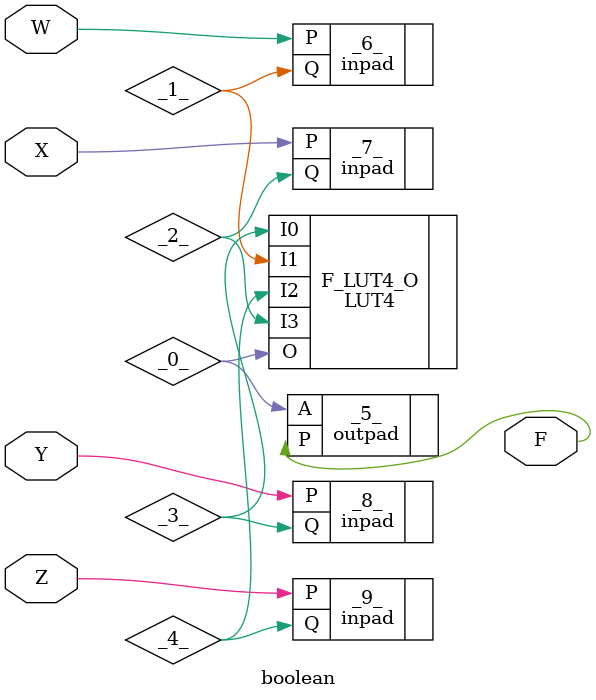
<source format=v>
/* Generated by Yosys 0.9+2406 (git sha1 ca763e6d5, gcc 10.2.1-6 -fPIC -Os) */

(* top =  1  *)
(* src = "/data/data/com.termux/files/home/fpga-examples/blink/helloworldfpga.v:4.1-10.11" *)
module boolean(X, Y, Z, W, F);
  wire _0_;
  wire _1_;
  wire _2_;
  wire _3_;
  wire _4_;
  (* src = "/data/data/com.termux/files/home/fpga-examples/blink/helloworldfpga.v:6.9-6.10" *)
  output F;
  (* src = "/data/data/com.termux/files/home/fpga-examples/blink/helloworldfpga.v:5.14-5.15" *)
  input W;
  (* src = "/data/data/com.termux/files/home/fpga-examples/blink/helloworldfpga.v:5.8-5.9" *)
  input X;
  (* src = "/data/data/com.termux/files/home/fpga-examples/blink/helloworldfpga.v:5.10-5.11" *)
  input Y;
  (* src = "/data/data/com.termux/files/home/fpga-examples/blink/helloworldfpga.v:5.12-5.13" *)
  input Z;
  (* keep = 32'd1 *)
  outpad #(
    .IO_LOC("X2Y28"),
    .IO_PAD("10"),
    .IO_TYPE("SDIOMUX")
  ) _5_ (
    .A(_0_),
    .P(F)
  );
  (* keep = 32'd1 *)
  inpad #(
    .IO_LOC("X18Y32"),
    .IO_PAD("32"),
    .IO_TYPE("BIDIR")
  ) _6_ (
    .P(W),
    .Q(_1_)
  );
  (* keep = 32'd1 *)
  inpad #(
    .IO_LOC("X22Y32"),
    .IO_PAD("34"),
    .IO_TYPE("BIDIR")
  ) _7_ (
    .P(X),
    .Q(_2_)
  );
  (* keep = 32'd1 *)
  inpad #(
    .IO_LOC("X24Y32"),
    .IO_PAD("39"),
    .IO_TYPE("BIDIR")
  ) _8_ (
    .P(Y),
    .Q(_3_)
  );
  (* keep = 32'd1 *)
  inpad #(
    .IO_LOC("X30Y32"),
    .IO_PAD("38"),
    .IO_TYPE("BIDIR")
  ) _9_ (
    .P(Z),
    .Q(_4_)
  );
  (* module_not_derived = 32'd1 *)
  (* src = "/bin/../share/yosys/quicklogic/pp3_lut_map.v:40.63-40.132" *)
  LUT4 #(
    .EQN("(~I0*~I1*~I2*~I3)+(I0*~I1*~I2*~I3)+(~I0*I1*~I2*~I3)+(I0*I1*~I2*~I3)+(I0*~I1*I2*~I3)+(I0*I1*I2*~I3)+(~I0*~I1*~I2*I3)+(~I0*I1*~I2*I3)+(~I0*I1*I2*I3)+(I0*I1*I2*I3)"),
    .INIT(16'hc5af)
  ) F_LUT4_O (
    .I0(_3_),
    .I1(_1_),
    .I2(_4_),
    .I3(_2_),
    .O(_0_)
  );
endmodule

</source>
